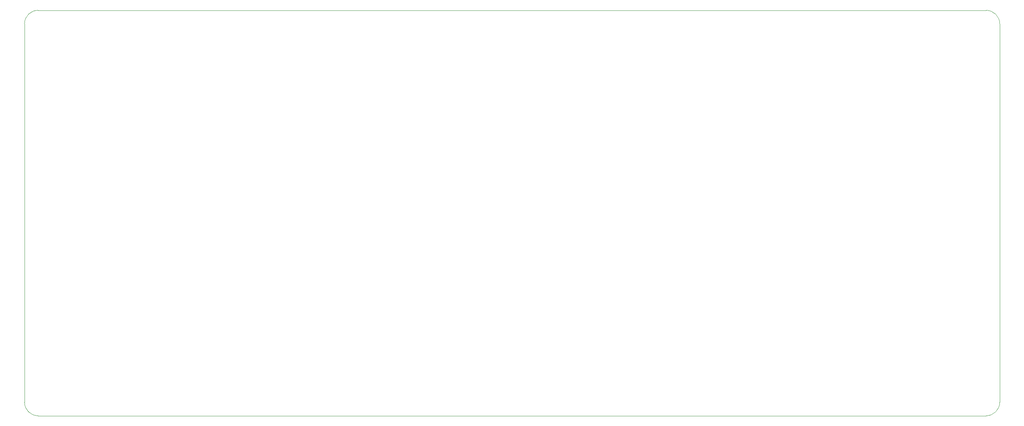
<source format=gm1>
G04 #@! TF.GenerationSoftware,KiCad,Pcbnew,(5.1.4)-1*
G04 #@! TF.CreationDate,2020-10-21T19:16:38-05:00*
G04 #@! TF.ProjectId,Alpha,416c7068-612e-46b6-9963-61645f706362,rev?*
G04 #@! TF.SameCoordinates,Original*
G04 #@! TF.FileFunction,Profile,NP*
%FSLAX46Y46*%
G04 Gerber Fmt 4.6, Leading zero omitted, Abs format (unit mm)*
G04 Created by KiCad (PCBNEW (5.1.4)-1) date 2020-10-21 19:16:38*
%MOMM*%
%LPD*%
G04 APERTURE LIST*
%ADD10C,0.050000*%
G04 APERTURE END LIST*
D10*
X262890000Y-138430000D02*
X262890000Y-49530000D01*
X37465000Y-141605000D02*
X259715000Y-141605000D01*
X34290000Y-49530000D02*
X34290000Y-138430000D01*
X259715000Y-46355000D02*
X37465000Y-46355000D01*
X259715000Y-46355000D02*
G75*
G02X262890000Y-49530000I0J-3175000D01*
G01*
X262890000Y-138430000D02*
G75*
G02X259715000Y-141605000I-3175000J0D01*
G01*
X37465000Y-141605000D02*
G75*
G02X34290000Y-138430000I0J3175000D01*
G01*
X34290000Y-49530000D02*
G75*
G02X37465000Y-46355000I3175000J0D01*
G01*
M02*

</source>
